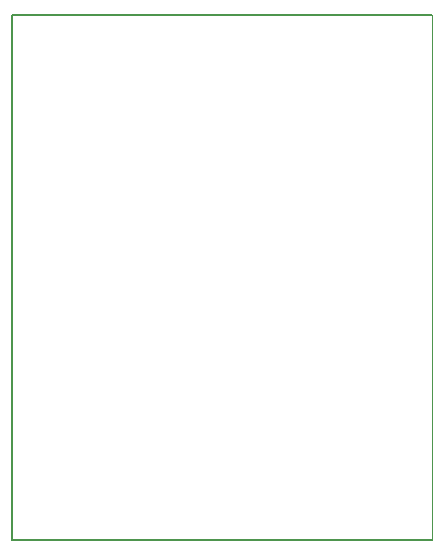
<source format=gbr>
G04 #@! TF.GenerationSoftware,KiCad,Pcbnew,(5.0.0-3-g5ebb6b6)*
G04 #@! TF.CreationDate,2018-11-13T14:13:50+01:00*
G04 #@! TF.ProjectId,DSMRlogger_v3,44534D526C6F676765725F76332E6B69,rev?*
G04 #@! TF.SameCoordinates,Original*
G04 #@! TF.FileFunction,Profile,NP*
%FSLAX46Y46*%
G04 Gerber Fmt 4.6, Leading zero omitted, Abs format (unit mm)*
G04 Created by KiCad (PCBNEW (5.0.0-3-g5ebb6b6)) date Tuesday, 13 November 2018 at 14:13:50*
%MOMM*%
%LPD*%
G01*
G04 APERTURE LIST*
%ADD10C,0.100000*%
%ADD11C,0.200000*%
G04 APERTURE END LIST*
D10*
X75565000Y-28575000D02*
X75565000Y-73025000D01*
D11*
X40005000Y-28575000D02*
X75565000Y-28575000D01*
X40005000Y-73025000D02*
X40005000Y-28575000D01*
X75565000Y-73025000D02*
X40005000Y-73025000D01*
M02*

</source>
